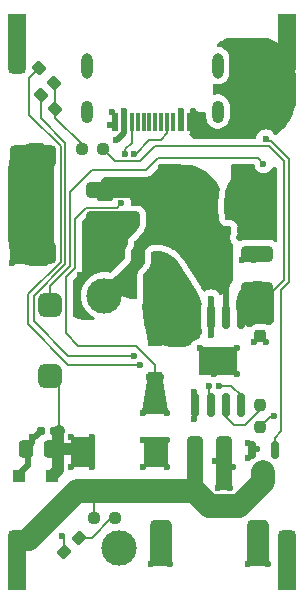
<source format=gbr>
G04 #@! TF.GenerationSoftware,KiCad,Pcbnew,8.0.8*
G04 #@! TF.CreationDate,2025-05-11T18:19:19+03:00*
G04 #@! TF.ProjectId,TP5410_eval_board,54503534-3130-45f6-9576-616c5f626f61,rev?*
G04 #@! TF.SameCoordinates,Original*
G04 #@! TF.FileFunction,Copper,L1,Top*
G04 #@! TF.FilePolarity,Positive*
%FSLAX46Y46*%
G04 Gerber Fmt 4.6, Leading zero omitted, Abs format (unit mm)*
G04 Created by KiCad (PCBNEW 8.0.8) date 2025-05-11 18:19:19*
%MOMM*%
%LPD*%
G01*
G04 APERTURE LIST*
G04 Aperture macros list*
%AMRoundRect*
0 Rectangle with rounded corners*
0 $1 Rounding radius*
0 $2 $3 $4 $5 $6 $7 $8 $9 X,Y pos of 4 corners*
0 Add a 4 corners polygon primitive as box body*
4,1,4,$2,$3,$4,$5,$6,$7,$8,$9,$2,$3,0*
0 Add four circle primitives for the rounded corners*
1,1,$1+$1,$2,$3*
1,1,$1+$1,$4,$5*
1,1,$1+$1,$6,$7*
1,1,$1+$1,$8,$9*
0 Add four rect primitives between the rounded corners*
20,1,$1+$1,$2,$3,$4,$5,0*
20,1,$1+$1,$4,$5,$6,$7,0*
20,1,$1+$1,$6,$7,$8,$9,0*
20,1,$1+$1,$8,$9,$2,$3,0*%
%AMOutline4P*
0 Free polygon, 4 corners , with rotation*
0 The origin of the aperture is its center*
0 number of corners: always 4*
0 $1 to $8 corner X, Y*
0 $9 Rotation angle, in degrees counterclockwise*
0 create outline with 4 corners*
4,1,4,$1,$2,$3,$4,$5,$6,$7,$8,$1,$2,$9*%
G04 Aperture macros list end*
G04 #@! TA.AperFunction,SMDPad,CuDef*
%ADD10RoundRect,0.237500X-0.371231X0.035355X0.035355X-0.371231X0.371231X-0.035355X-0.035355X0.371231X0*%
G04 #@! TD*
G04 #@! TA.AperFunction,SMDPad,CuDef*
%ADD11RoundRect,0.250000X0.300000X0.300000X-0.300000X0.300000X-0.300000X-0.300000X0.300000X-0.300000X0*%
G04 #@! TD*
G04 #@! TA.AperFunction,SMDPad,CuDef*
%ADD12RoundRect,0.237500X-0.237500X0.300000X-0.237500X-0.300000X0.237500X-0.300000X0.237500X0.300000X0*%
G04 #@! TD*
G04 #@! TA.AperFunction,SMDPad,CuDef*
%ADD13RoundRect,0.237500X-0.237500X0.250000X-0.237500X-0.250000X0.237500X-0.250000X0.237500X0.250000X0*%
G04 #@! TD*
G04 #@! TA.AperFunction,SMDPad,CuDef*
%ADD14RoundRect,0.150000X-0.150000X0.587500X-0.150000X-0.587500X0.150000X-0.587500X0.150000X0.587500X0*%
G04 #@! TD*
G04 #@! TA.AperFunction,SMDPad,CuDef*
%ADD15RoundRect,0.260000X-0.390000X-1.990000X0.390000X-1.990000X0.390000X1.990000X-0.390000X1.990000X0*%
G04 #@! TD*
G04 #@! TA.AperFunction,SMDPad,CuDef*
%ADD16RoundRect,0.360000X-0.540000X-1.590000X0.540000X-1.590000X0.540000X1.590000X-0.540000X1.590000X0*%
G04 #@! TD*
G04 #@! TA.AperFunction,SMDPad,CuDef*
%ADD17RoundRect,0.237500X-0.250000X-0.237500X0.250000X-0.237500X0.250000X0.237500X-0.250000X0.237500X0*%
G04 #@! TD*
G04 #@! TA.AperFunction,SMDPad,CuDef*
%ADD18RoundRect,0.237500X-0.035355X-0.371231X0.371231X0.035355X0.035355X0.371231X-0.371231X-0.035355X0*%
G04 #@! TD*
G04 #@! TA.AperFunction,ComponentPad*
%ADD19C,3.000000*%
G04 #@! TD*
G04 #@! TA.AperFunction,SMDPad,CuDef*
%ADD20RoundRect,0.175000X0.175000X-0.825000X0.175000X0.825000X-0.175000X0.825000X-0.175000X-0.825000X0*%
G04 #@! TD*
G04 #@! TA.AperFunction,HeatsinkPad*
%ADD21R,3.300000X2.400000*%
G04 #@! TD*
G04 #@! TA.AperFunction,ComponentPad*
%ADD22R,1.500000X4.040000*%
G04 #@! TD*
G04 #@! TA.AperFunction,ComponentPad*
%ADD23RoundRect,0.375000X-0.375000X0.625000X-0.375000X-0.625000X0.375000X-0.625000X0.375000X0.625000X0*%
G04 #@! TD*
G04 #@! TA.AperFunction,SMDPad,CuDef*
%ADD24RoundRect,0.250000X0.337500X0.475000X-0.337500X0.475000X-0.337500X-0.475000X0.337500X-0.475000X0*%
G04 #@! TD*
G04 #@! TA.AperFunction,SMDPad,CuDef*
%ADD25RoundRect,0.250000X-0.787500X-1.025000X0.787500X-1.025000X0.787500X1.025000X-0.787500X1.025000X0*%
G04 #@! TD*
G04 #@! TA.AperFunction,SMDPad,CuDef*
%ADD26Outline4P,-1.800000X-1.150000X1.800000X-0.550000X1.800000X0.550000X-1.800000X1.150000X90.000000*%
G04 #@! TD*
G04 #@! TA.AperFunction,SMDPad,CuDef*
%ADD27Outline4P,-1.800000X-1.150000X1.800000X-0.550000X1.800000X0.550000X-1.800000X1.150000X270.000000*%
G04 #@! TD*
G04 #@! TA.AperFunction,SMDPad,CuDef*
%ADD28RoundRect,0.260000X-1.990000X0.390000X-1.990000X-0.390000X1.990000X-0.390000X1.990000X0.390000X0*%
G04 #@! TD*
G04 #@! TA.AperFunction,SMDPad,CuDef*
%ADD29RoundRect,0.360000X-1.590000X0.540000X-1.590000X-0.540000X1.590000X-0.540000X1.590000X0.540000X0*%
G04 #@! TD*
G04 #@! TA.AperFunction,ComponentPad*
%ADD30RoundRect,0.375000X0.375000X-0.625000X0.375000X0.625000X-0.375000X0.625000X-0.375000X-0.625000X0*%
G04 #@! TD*
G04 #@! TA.AperFunction,SMDPad,CuDef*
%ADD31RoundRect,0.155000X-0.212500X-0.155000X0.212500X-0.155000X0.212500X0.155000X-0.212500X0.155000X0*%
G04 #@! TD*
G04 #@! TA.AperFunction,SMDPad,CuDef*
%ADD32RoundRect,0.155000X0.212500X0.155000X-0.212500X0.155000X-0.212500X-0.155000X0.212500X-0.155000X0*%
G04 #@! TD*
G04 #@! TA.AperFunction,SMDPad,CuDef*
%ADD33R,0.600000X1.500000*%
G04 #@! TD*
G04 #@! TA.AperFunction,SMDPad,CuDef*
%ADD34R,0.300000X1.500000*%
G04 #@! TD*
G04 #@! TA.AperFunction,ComponentPad*
%ADD35O,1.000000X1.900000*%
G04 #@! TD*
G04 #@! TA.AperFunction,ComponentPad*
%ADD36O,0.950000X2.150000*%
G04 #@! TD*
G04 #@! TA.AperFunction,SMDPad,CuDef*
%ADD37RoundRect,0.250000X-1.075000X0.400000X-1.075000X-0.400000X1.075000X-0.400000X1.075000X0.400000X0*%
G04 #@! TD*
G04 #@! TA.AperFunction,SMDPad,CuDef*
%ADD38RoundRect,0.500000X0.500000X-0.500000X0.500000X0.500000X-0.500000X0.500000X-0.500000X-0.500000X0*%
G04 #@! TD*
G04 #@! TA.AperFunction,SMDPad,CuDef*
%ADD39RoundRect,0.350000X0.350000X1.050000X-0.350000X1.050000X-0.350000X-1.050000X0.350000X-1.050000X0*%
G04 #@! TD*
G04 #@! TA.AperFunction,SMDPad,CuDef*
%ADD40RoundRect,0.237500X0.250000X0.237500X-0.250000X0.237500X-0.250000X-0.237500X0.250000X-0.237500X0*%
G04 #@! TD*
G04 #@! TA.AperFunction,ViaPad*
%ADD41C,0.600000*%
G04 #@! TD*
G04 #@! TA.AperFunction,Conductor*
%ADD42C,0.200000*%
G04 #@! TD*
G04 #@! TA.AperFunction,Conductor*
%ADD43C,0.500000*%
G04 #@! TD*
G04 #@! TA.AperFunction,Conductor*
%ADD44C,1.000000*%
G04 #@! TD*
G04 #@! TA.AperFunction,Conductor*
%ADD45C,2.000000*%
G04 #@! TD*
G04 APERTURE END LIST*
D10*
X-9584918Y-3089682D03*
X-8347482Y-4327118D03*
D11*
X-8506000Y-37592000D03*
X-11306000Y-37592000D03*
D12*
X9144000Y-24029500D03*
X9144000Y-25754500D03*
D13*
X9144000Y-31599500D03*
X9144000Y-33424500D03*
D14*
X10348000Y-35384500D03*
X8448000Y-35384500D03*
X9398000Y-37259500D03*
D15*
X3576000Y-36462000D03*
X6076000Y-36462000D03*
D16*
X736000Y-43262000D03*
X8916000Y-43262000D03*
D17*
X-4976500Y-41148000D03*
X-3151500Y-41148000D03*
D18*
X-7476718Y-44052718D03*
X-6239282Y-42815282D03*
D19*
X8382000Y-4826000D03*
D20*
X3638000Y-31630000D03*
X4953000Y-31630000D03*
X6223000Y-31630000D03*
X7488000Y-31630000D03*
X7493000Y-24130000D03*
X6223000Y-24130000D03*
X4953000Y-24130000D03*
X3688000Y-24130000D03*
D21*
X5588000Y-27880000D03*
D22*
X11430000Y-520000D03*
D23*
X11430000Y-2540000D03*
D24*
X-8614500Y-35306000D03*
X-10689500Y-35306000D03*
D25*
X1459500Y-12446000D03*
X7684500Y-12446000D03*
D26*
X254000Y-30586000D03*
D27*
X254000Y-24786000D03*
D25*
X-5906500Y-35560000D03*
X318500Y-35560000D03*
D28*
X-3315000Y-13355000D03*
X-3315000Y-15855000D03*
D29*
X-10115000Y-10515000D03*
X-10115000Y-18695000D03*
D22*
X-11430000Y-45200000D03*
D30*
X-11430000Y-43180000D03*
D31*
X6350000Y-16764000D03*
X7485000Y-16764000D03*
D32*
X-8322500Y-33782000D03*
X-9457500Y-33782000D03*
D19*
X-2794000Y-43688000D03*
D22*
X11430000Y-45200000D03*
D30*
X11430000Y-43180000D03*
D33*
X3200000Y-7600000D03*
X2400000Y-7600000D03*
D34*
X1250000Y-7600000D03*
X250000Y-7600000D03*
X-250000Y-7600000D03*
X-1250000Y-7600000D03*
D33*
X-2400000Y-7600000D03*
X-3200000Y-7600000D03*
X-3200000Y-7600000D03*
X-2400000Y-7600000D03*
D34*
X-1750000Y-7600000D03*
X-750000Y-7600000D03*
X750000Y-7600000D03*
X1750000Y-7600000D03*
D33*
X2400000Y-7600000D03*
X3200000Y-7600000D03*
D35*
X5540000Y-6750000D03*
D36*
X5540000Y-2850000D03*
D35*
X-5540000Y-6750000D03*
D36*
X-5540000Y-2850000D03*
D37*
X8890000Y-18770000D03*
X8890000Y-21870000D03*
D38*
X-8636000Y-29162000D03*
X-8636000Y-23162000D03*
D39*
X4994000Y-20066000D03*
X594000Y-20066000D03*
D22*
X-11430000Y-520000D03*
D23*
X-11430000Y-2540000D03*
D19*
X-4064000Y-22352000D03*
D40*
X-4167500Y-9906000D03*
X-5992500Y-9906000D03*
D24*
X-1248500Y-19050000D03*
X-3323500Y-19050000D03*
D10*
X-9457918Y-5324882D03*
X-8220482Y-6562318D03*
D41*
X-10541000Y-36703000D03*
X5334000Y-36322000D03*
X-10160000Y-34290000D03*
X10160000Y-14224000D03*
X-6350000Y-22606000D03*
X-3556000Y-7874000D03*
X-11900000Y-19558000D03*
X-7620000Y-42672000D03*
X7162800Y-26771600D03*
X-9398000Y-9652000D03*
X10322000Y-32512000D03*
X6858000Y-36830000D03*
X1524000Y-45085000D03*
X9779000Y-45085000D03*
X1270000Y-36830000D03*
X4953000Y-22606000D03*
X10160000Y-17272000D03*
X-6096000Y-23622000D03*
X-9398000Y-11430000D03*
X4013200Y-26771600D03*
X6604000Y-38575339D03*
X5588000Y-38575339D03*
X10160000Y-15748000D03*
X-8890000Y-13462000D03*
X10160000Y-12700000D03*
X9652000Y-26289000D03*
X5232400Y-29006800D03*
X-3439547Y-6745252D03*
X-6096000Y-20574000D03*
X-762000Y-36830000D03*
X1270000Y-34544000D03*
X7162800Y-29006800D03*
X-6350000Y-21590000D03*
X-127000Y-45085000D03*
X3482868Y-8215000D03*
X-762000Y-34544000D03*
X4953000Y-25654000D03*
X8636000Y-26289000D03*
X3475752Y-6782471D03*
X-11900000Y-17907000D03*
X8128000Y-45085000D03*
X-2382806Y-6719999D03*
X2417194Y-6719999D03*
X-3048000Y-9144000D03*
X762000Y-29210000D03*
X8128000Y-36068000D03*
X-7874000Y-34290000D03*
X-6858000Y-36830000D03*
X1270000Y-32258000D03*
X-6858000Y-34290000D03*
X8890000Y-35306000D03*
X3556000Y-32766000D03*
X-5080000Y-34290000D03*
X-2641600Y-14504999D03*
X-7874000Y-36576000D03*
X3556000Y-30480000D03*
X-762000Y-32258000D03*
X-5080000Y-36830000D03*
X-254000Y-29210000D03*
X8128000Y-34798000D03*
X9398000Y-11164223D03*
X8636000Y-19304000D03*
X7620000Y-19304000D03*
X5626003Y-29972000D03*
X-1016000Y-28194000D03*
X4826000Y-29972000D03*
X-1524000Y-27432000D03*
X-1527100Y-10322000D03*
X-2327103Y-10322000D03*
X9577719Y-9052000D03*
D42*
X-7476718Y-44052718D02*
X-7476718Y-42815282D01*
D43*
X-11306000Y-37468000D02*
X-11306000Y-37592000D01*
D42*
X10322000Y-32512000D02*
X10056500Y-32512000D01*
D43*
X-9965500Y-34290000D02*
X-9457500Y-33782000D01*
X-10160000Y-34776500D02*
X-10689500Y-35306000D01*
X4953000Y-22606000D02*
X4953000Y-25654000D01*
X-10541000Y-35454500D02*
X-10689500Y-35306000D01*
D42*
X10056500Y-32512000D02*
X9144000Y-33424500D01*
D43*
X-10541000Y-36703000D02*
X-10541000Y-35454500D01*
X-10160000Y-34290000D02*
X-9965500Y-34290000D01*
X-10541000Y-36703000D02*
X-11306000Y-37468000D01*
D42*
X-7476718Y-42815282D02*
X-7620000Y-42672000D01*
D43*
X-10160000Y-34290000D02*
X-10160000Y-34776500D01*
D44*
X-4064000Y-22352000D02*
X-1248500Y-19536500D01*
D43*
X6223000Y-24130000D02*
X6223000Y-19939000D01*
D44*
X-1248500Y-19536500D02*
X-1248500Y-19050000D01*
D43*
X-3048000Y-9144000D02*
X-2994000Y-9144000D01*
X-2400000Y-8550000D02*
X-2400000Y-7600000D01*
X-2994000Y-9144000D02*
X-2400000Y-8550000D01*
D42*
X11176000Y-10922000D02*
X11176000Y-20990000D01*
X-1016000Y-10922000D02*
X254000Y-9652000D01*
X-3151500Y-10922000D02*
X-1016000Y-10922000D01*
X254000Y-9652000D02*
X9906000Y-9652000D01*
X11176000Y-20990000D02*
X10296000Y-21870000D01*
X9906000Y-9652000D02*
X11176000Y-10922000D01*
X10296000Y-21870000D02*
X8890000Y-21870000D01*
X-4167500Y-9906000D02*
X-3151500Y-10922000D01*
X-2641600Y-14504999D02*
X-3041601Y-14905000D01*
X-7336000Y-20757050D02*
X-7336000Y-25531600D01*
X-6566000Y-19987050D02*
X-7336000Y-20757050D01*
X-6566000Y-15837000D02*
X-6566000Y-19987050D01*
D44*
X-8614500Y-35306000D02*
X-6160500Y-35306000D01*
D42*
X254000Y-29210000D02*
X-254000Y-29210000D01*
D44*
X-7998000Y-33906000D02*
X-7874000Y-33782000D01*
D42*
X254000Y-28194000D02*
X254000Y-29210000D01*
D44*
X-8506000Y-37592000D02*
X-7998000Y-37084000D01*
D42*
X-7874000Y-29924000D02*
X-7874000Y-34290000D01*
X-5634000Y-14905000D02*
X-6566000Y-15837000D01*
X-1371600Y-26568400D02*
X254000Y-28194000D01*
X-8636000Y-29162000D02*
X-7874000Y-29924000D01*
X-7336000Y-25531600D02*
X-6299200Y-26568400D01*
D44*
X-7998000Y-37084000D02*
X-7998000Y-33906000D01*
D42*
X-6299200Y-26568400D02*
X-1371600Y-26568400D01*
X-3041601Y-14905000D02*
X-5634000Y-14905000D01*
D44*
X-6160500Y-35306000D02*
X-5906500Y-35560000D01*
D42*
X9398000Y-11164223D02*
X8901777Y-10668000D01*
X-6966000Y-19821364D02*
X-8636000Y-21491364D01*
X8901777Y-10668000D02*
X508000Y-10668000D01*
X-8636000Y-21491364D02*
X-8636000Y-23162000D01*
X-5080000Y-11684000D02*
X-6966000Y-13570000D01*
X508000Y-10668000D02*
X-508000Y-11684000D01*
X-6966000Y-13570000D02*
X-6966000Y-19821364D01*
X-508000Y-11684000D02*
X-5080000Y-11684000D01*
X-1016000Y-28194000D02*
X-7112000Y-28194000D01*
X5626003Y-29972000D02*
X6676801Y-29972000D01*
X-7766000Y-19450000D02*
X-7766000Y-9653309D01*
X-10541000Y-22225000D02*
X-7766000Y-19450000D01*
X-7766000Y-9653309D02*
X-10422102Y-6997207D01*
X-10422102Y-3926866D02*
X-9584918Y-3089682D01*
X-7112000Y-28194000D02*
X-10541000Y-24765000D01*
X6676801Y-29972000D02*
X7488000Y-30783199D01*
X7488000Y-30783199D02*
X7488000Y-31630000D01*
X-10541000Y-24765000D02*
X-10541000Y-22225000D01*
X-10422102Y-6997207D02*
X-10422102Y-3926866D01*
X-5992500Y-9501500D02*
X-5992500Y-9906000D01*
X-8220482Y-4454118D02*
X-8220482Y-6562318D01*
X-8347482Y-4327118D02*
X-8220482Y-4454118D01*
X-8220482Y-6562318D02*
X-8220482Y-7273518D01*
X-8220482Y-7273518D02*
X-5992500Y-9501500D01*
X-7366000Y-19655679D02*
X-7366000Y-9398000D01*
X-7112000Y-27432000D02*
X-10033000Y-24511000D01*
X-10033000Y-24511000D02*
X-10033000Y-22322679D01*
X-9457918Y-7306082D02*
X-9457918Y-5324882D01*
X4826000Y-31503000D02*
X4953000Y-31630000D01*
X-7366000Y-9398000D02*
X-9457918Y-7306082D01*
X-10033000Y-22322679D02*
X-7366000Y-19655679D01*
X-1524000Y-27432000D02*
X-7112000Y-27432000D01*
X4826000Y-29972000D02*
X4826000Y-31503000D01*
X-3480750Y-41148000D02*
X-3151500Y-41148000D01*
X-6239282Y-42815282D02*
X-5148032Y-42815282D01*
X-5148032Y-42815282D02*
X-3480750Y-41148000D01*
X1250000Y-8600000D02*
X1250000Y-7600000D01*
X-1527100Y-10322000D02*
X-1432000Y-10322000D01*
X-1432000Y-10322000D02*
X-254000Y-9144000D01*
X-254000Y-9144000D02*
X706000Y-9144000D01*
X706000Y-9144000D02*
X1250000Y-8600000D01*
X-2327103Y-10322000D02*
X-2327103Y-9947104D01*
X-2327103Y-9947104D02*
X-1750000Y-9370001D01*
X-1750000Y-9370001D02*
X-1750000Y-7600000D01*
D45*
X9398000Y-37259500D02*
X9398000Y-38100000D01*
X-6350000Y-38862000D02*
X-10414000Y-42926000D01*
X3576000Y-38882000D02*
X3556000Y-38862000D01*
X9398000Y-38100000D02*
X7366000Y-40132000D01*
D42*
X-4976500Y-41148000D02*
X-4976500Y-39012500D01*
D45*
X3556000Y-38862000D02*
X-4826000Y-38862000D01*
X-4826000Y-38862000D02*
X-6350000Y-38862000D01*
X4826000Y-40132000D02*
X3576000Y-38882000D01*
X7366000Y-40132000D02*
X4826000Y-40132000D01*
D42*
X-4976500Y-39012500D02*
X-4826000Y-38862000D01*
D44*
X3576000Y-38882000D02*
X3576000Y-36208000D01*
D42*
X10922000Y-21844000D02*
X10922000Y-33782000D01*
X9577719Y-9052000D02*
X9777719Y-9252000D01*
X9777719Y-9252000D02*
X10071686Y-9252000D01*
X10922000Y-33782000D02*
X10348000Y-34356000D01*
X10071686Y-9252000D02*
X11576000Y-10756314D01*
X11576000Y-21190000D02*
X10922000Y-21844000D01*
X10348000Y-34356000D02*
X10348000Y-35384500D01*
X11576000Y-10756314D02*
X11576000Y-21190000D01*
X6223000Y-31630000D02*
X6223000Y-32630000D01*
X9144000Y-32004000D02*
X9144000Y-31599500D01*
X6223000Y-32630000D02*
X6867000Y-33274000D01*
X7874000Y-33274000D02*
X9144000Y-32004000D01*
X6867000Y-33274000D02*
X7874000Y-33274000D01*
G04 #@! TA.AperFunction,Conductor*
G36*
X3321902Y-11273356D02*
G01*
X3352387Y-11282148D01*
X3511666Y-11328085D01*
X3523657Y-11332221D01*
X3828599Y-11455206D01*
X3887792Y-11479080D01*
X3899322Y-11484432D01*
X4246526Y-11667808D01*
X4257429Y-11674303D01*
X4584024Y-11892258D01*
X4594218Y-11899844D01*
X4896771Y-12150082D01*
X4906139Y-12158675D01*
X5161151Y-12417907D01*
X5181490Y-12438582D01*
X5189928Y-12448090D01*
X5435170Y-12754712D01*
X5442591Y-12765033D01*
X5574989Y-12970655D01*
X5626496Y-13050649D01*
X5655151Y-13095151D01*
X5661476Y-13106178D01*
X5710523Y-13202853D01*
X5723300Y-13271545D01*
X5719095Y-13293283D01*
X5688600Y-13399134D01*
X5681531Y-13426536D01*
X5678428Y-13440129D01*
X5672897Y-13467926D01*
X5617968Y-13791211D01*
X5614007Y-13819278D01*
X5612449Y-13833107D01*
X5610068Y-13861345D01*
X5599569Y-14048307D01*
X5592120Y-14180951D01*
X5592118Y-14180989D01*
X5591825Y-14186199D01*
X5591490Y-14192176D01*
X5590892Y-14206395D01*
X5590699Y-14213288D01*
X5590500Y-14227491D01*
X5590500Y-15236507D01*
X5590699Y-15250711D01*
X5590894Y-15257670D01*
X5591487Y-15271771D01*
X5610070Y-15602677D01*
X5612450Y-15630899D01*
X5614008Y-15644725D01*
X5617973Y-15672806D01*
X5662513Y-15934945D01*
X5662517Y-15934960D01*
X5677701Y-15998853D01*
X5677707Y-15998875D01*
X5687153Y-16029591D01*
X5687161Y-16029612D01*
X5710505Y-16091002D01*
X5710506Y-16091005D01*
X5788285Y-16212031D01*
X5788298Y-16212048D01*
X5834042Y-16264840D01*
X5834045Y-16264843D01*
X5834049Y-16264847D01*
X5942783Y-16359067D01*
X5942786Y-16359068D01*
X5942787Y-16359069D01*
X6032054Y-16399837D01*
X6073660Y-16418838D01*
X6140699Y-16438523D01*
X6140703Y-16438524D01*
X6283119Y-16459000D01*
X6493000Y-16459000D01*
X6560039Y-16478685D01*
X6605794Y-16531489D01*
X6617000Y-16583000D01*
X6617000Y-16985190D01*
X6617001Y-16985215D01*
X6619923Y-17022356D01*
X6619924Y-17022358D01*
X6624458Y-17037965D01*
X6624257Y-17107834D01*
X6615334Y-17129883D01*
X6614824Y-17130860D01*
X6614772Y-17131014D01*
X6580317Y-17214679D01*
X6580314Y-17214687D01*
X6557662Y-17356764D01*
X6557662Y-17356772D01*
X6556594Y-17426597D01*
X6556594Y-17426640D01*
X6574888Y-17569342D01*
X6574889Y-17569343D01*
X6574889Y-17569344D01*
X6574890Y-17569346D01*
X6632652Y-17701123D01*
X6643175Y-17718061D01*
X6669525Y-17760475D01*
X6669528Y-17760478D01*
X6762056Y-17870623D01*
X6762058Y-17870624D01*
X6762064Y-17870631D01*
X6816629Y-17919394D01*
X6853498Y-17978739D01*
X6858000Y-18011850D01*
X6858000Y-19036892D01*
X6851042Y-19077846D01*
X6834632Y-19124742D01*
X6834630Y-19124750D01*
X6814435Y-19303996D01*
X6814435Y-19304003D01*
X6834630Y-19483251D01*
X6851041Y-19530148D01*
X6858000Y-19571103D01*
X6858000Y-20442948D01*
X6857734Y-20451058D01*
X6840060Y-20720695D01*
X6837943Y-20736776D01*
X6786019Y-20997819D01*
X6781821Y-21013487D01*
X6696269Y-21265515D01*
X6690062Y-21280500D01*
X6572343Y-21519210D01*
X6564233Y-21533257D01*
X6416365Y-21754558D01*
X6406491Y-21767426D01*
X6231002Y-21967533D01*
X6219533Y-21979002D01*
X6019426Y-22154491D01*
X6006557Y-22164366D01*
X5840980Y-22275000D01*
X5774303Y-22295877D01*
X5706923Y-22277392D01*
X5667096Y-22237869D01*
X5604784Y-22138700D01*
X5582816Y-22103738D01*
X5455262Y-21976184D01*
X5437477Y-21965009D01*
X5302523Y-21880211D01*
X5132254Y-21820631D01*
X5132249Y-21820630D01*
X4953004Y-21800435D01*
X4952996Y-21800435D01*
X4773750Y-21820630D01*
X4773745Y-21820631D01*
X4603476Y-21880211D01*
X4466344Y-21966377D01*
X4399107Y-21985377D01*
X4332272Y-21965009D01*
X4293162Y-21923688D01*
X4142708Y-21664799D01*
X4114833Y-21616833D01*
X4108656Y-21606491D01*
X4105553Y-21601433D01*
X4099078Y-21591156D01*
X2571736Y-19230720D01*
X2561673Y-19215760D01*
X2561645Y-19215718D01*
X2556624Y-19208535D01*
X2546071Y-19193993D01*
X2374290Y-18965893D01*
X2351643Y-18937948D01*
X2351638Y-18937942D01*
X2340053Y-18924643D01*
X2315462Y-18898365D01*
X2313542Y-18896455D01*
X2116165Y-18700037D01*
X2089796Y-18675600D01*
X2076464Y-18664098D01*
X2062623Y-18652993D01*
X2048384Y-18641567D01*
X1963397Y-18578211D01*
X1822952Y-18473512D01*
X1793344Y-18453038D01*
X1778491Y-18443531D01*
X1747565Y-18425252D01*
X1616141Y-18353754D01*
X1500582Y-18290887D01*
X1500574Y-18290883D01*
X1468415Y-18274843D01*
X1452331Y-18267523D01*
X1419110Y-18253809D01*
X1419097Y-18253804D01*
X1419087Y-18253800D01*
X1244622Y-18188948D01*
X1155528Y-18155830D01*
X1121419Y-18144517D01*
X1121411Y-18144514D01*
X1121397Y-18144510D01*
X1104469Y-18139556D01*
X1096105Y-18137428D01*
X1069614Y-18130688D01*
X794824Y-18071103D01*
X759449Y-18064740D01*
X741974Y-18062236D01*
X706215Y-18058404D01*
X427432Y-18038527D01*
X384708Y-18037294D01*
X384697Y-18037294D01*
X384692Y-18037294D01*
X368722Y-18037508D01*
X363727Y-18037576D01*
X332530Y-18039319D01*
X320984Y-18039964D01*
X270891Y-18044897D01*
X120611Y-18059699D01*
X120601Y-18059700D01*
X71551Y-18066977D01*
X71543Y-18066978D01*
X47716Y-18071718D01*
X47711Y-18071719D01*
X47702Y-18071721D01*
X31953Y-18075665D01*
X-409Y-18083772D01*
X-441Y-18083781D01*
X-191437Y-18141720D01*
X-191444Y-18141722D01*
X-238154Y-18158435D01*
X-238179Y-18158444D01*
X-259740Y-18167376D01*
X-260617Y-18167739D01*
X-305456Y-18188945D01*
X-305462Y-18188948D01*
X-333229Y-18203789D01*
X-333230Y-18203790D01*
X-333234Y-18203792D01*
X-437752Y-18278100D01*
X-483616Y-18320420D01*
X-483620Y-18320424D01*
X-483620Y-18320425D01*
X-566067Y-18418631D01*
X-625838Y-18549508D01*
X-645523Y-18616547D01*
X-645524Y-18616551D01*
X-666000Y-18758967D01*
X-666000Y-18758970D01*
X-666000Y-19542942D01*
X-666642Y-19555542D01*
X-666876Y-19557833D01*
X-672526Y-19584232D01*
X-682884Y-19615492D01*
X-695047Y-19641576D01*
X-709906Y-19665666D01*
X-727760Y-19688244D01*
X-764682Y-19725166D01*
X-797992Y-19761917D01*
X-813413Y-19780707D01*
X-842969Y-19820558D01*
X-842977Y-19820570D01*
X-857223Y-19841891D01*
X-872645Y-19860682D01*
X-1083130Y-20071167D01*
X-1083147Y-20071186D01*
X-1083148Y-20071187D01*
X-1119299Y-20111433D01*
X-1119304Y-20111439D01*
X-1135929Y-20132070D01*
X-1139971Y-20137676D01*
X-1167567Y-20175946D01*
X-1227338Y-20306823D01*
X-1247023Y-20373862D01*
X-1247024Y-20373866D01*
X-1267500Y-20516282D01*
X-1267500Y-20516285D01*
X-1267500Y-22482000D01*
X-1287185Y-22549039D01*
X-1339989Y-22594794D01*
X-1391500Y-22606000D01*
X-1519572Y-22606000D01*
X-1528418Y-22605684D01*
X-1804339Y-22585949D01*
X-1821851Y-22583431D01*
X-2087810Y-22525576D01*
X-2104786Y-22520592D01*
X-2359816Y-22425470D01*
X-2375909Y-22418120D01*
X-2614799Y-22287676D01*
X-2629682Y-22278111D01*
X-2847577Y-22114997D01*
X-2860948Y-22103411D01*
X-3053411Y-21910948D01*
X-3064997Y-21897577D01*
X-3228111Y-21679682D01*
X-3237676Y-21664799D01*
X-3368120Y-21425909D01*
X-3375470Y-21409816D01*
X-3470592Y-21154786D01*
X-3475576Y-21137809D01*
X-3499265Y-21028907D01*
X-3494280Y-20959215D01*
X-3452408Y-20903282D01*
X-3421437Y-20886371D01*
X-3315801Y-20846970D01*
X-3254478Y-20813485D01*
X-3254475Y-20813483D01*
X-3139303Y-20727267D01*
X-3139285Y-20727251D01*
X-2559962Y-20147926D01*
X-2537375Y-20130067D01*
X-2517342Y-20117711D01*
X-2393291Y-19993660D01*
X-2393288Y-19993656D01*
X-2380929Y-19973620D01*
X-2363073Y-19951038D01*
X-2015390Y-19603354D01*
X-2015375Y-19603339D01*
X-1979221Y-19563090D01*
X-1962984Y-19542942D01*
X-1962587Y-19542450D01*
X-1930930Y-19498549D01*
X-1930927Y-19498544D01*
X-1871156Y-19367663D01*
X-1851474Y-19300628D01*
X-1851472Y-19300621D01*
X-1830999Y-19158215D01*
X-1830999Y-18557065D01*
X-1830356Y-18544456D01*
X-1830121Y-18542157D01*
X-1824470Y-18515762D01*
X-1814113Y-18484507D01*
X-1801946Y-18458415D01*
X-1787096Y-18434339D01*
X-1769238Y-18411754D01*
X-1711238Y-18353754D01*
X-1711235Y-18353750D01*
X-1685322Y-18320426D01*
X-1634192Y-18254673D01*
X-1634190Y-18254670D01*
X-1634187Y-18254666D01*
X-1632093Y-18251145D01*
X-1617218Y-18220195D01*
X-1593397Y-18170628D01*
X-1576011Y-18091673D01*
X-1562455Y-18030109D01*
X-1545157Y-17796582D01*
X-1520574Y-17731180D01*
X-1509177Y-17718061D01*
X-1166550Y-17375434D01*
X-1166549Y-17375433D01*
X-1111022Y-17319907D01*
X-1111021Y-17319906D01*
X-1110991Y-17319876D01*
X-1097303Y-17305640D01*
X-1097277Y-17305612D01*
X-1090667Y-17298462D01*
X-1077466Y-17283607D01*
X-930734Y-17111806D01*
X-906170Y-17080648D01*
X-906164Y-17080641D01*
X-894739Y-17064915D01*
X-872680Y-17031902D01*
X-757176Y-16843417D01*
X-737770Y-16808764D01*
X-728941Y-16791434D01*
X-712336Y-16755412D01*
X-696044Y-16716080D01*
X-696042Y-16716077D01*
X-646705Y-16596968D01*
X-637685Y-16579329D01*
X-631060Y-16568588D01*
X-631059Y-16568585D01*
X-575142Y-16399837D01*
X-575140Y-16399827D01*
X-569840Y-16347950D01*
X-567056Y-16331607D01*
X-545616Y-16242303D01*
X-537877Y-16203398D01*
X-534831Y-16184164D01*
X-530166Y-16144752D01*
X-526074Y-16092758D01*
X-526068Y-16092698D01*
X-513655Y-15934947D01*
X-513080Y-15927645D01*
X-513079Y-15927641D01*
X-513078Y-15927614D01*
X-511695Y-15874780D01*
X-511695Y-15874778D01*
X-512373Y-15848853D01*
X-516526Y-15796084D01*
X-534331Y-15660850D01*
X-547233Y-15595990D01*
X-551501Y-15580062D01*
X-555611Y-15564727D01*
X-557922Y-15557917D01*
X-564500Y-15518068D01*
X-564500Y-15414333D01*
X-564501Y-15414314D01*
X-575140Y-15310167D01*
X-575141Y-15310164D01*
X-631060Y-15141413D01*
X-631065Y-15141402D01*
X-724388Y-14990103D01*
X-724391Y-14990099D01*
X-850099Y-14864391D01*
X-850103Y-14864388D01*
X-1001402Y-14771065D01*
X-1001413Y-14771060D01*
X-1170166Y-14715141D01*
X-1170173Y-14715140D01*
X-1274317Y-14704500D01*
X-1274325Y-14704500D01*
X-1719757Y-14704500D01*
X-1786796Y-14684815D01*
X-1832551Y-14632011D01*
X-1842977Y-14566617D01*
X-1836035Y-14505002D01*
X-1836035Y-14504995D01*
X-1856230Y-14325749D01*
X-1856231Y-14325744D01*
X-1915811Y-14155475D01*
X-2011784Y-14002736D01*
X-2139337Y-13875183D01*
X-2292076Y-13779210D01*
X-2462345Y-13719630D01*
X-2462350Y-13719629D01*
X-2641596Y-13699434D01*
X-2641604Y-13699434D01*
X-2820849Y-13719629D01*
X-2820854Y-13719630D01*
X-2991123Y-13779210D01*
X-3121817Y-13861331D01*
X-3143862Y-13875183D01*
X-3271416Y-14002737D01*
X-3367389Y-14155477D01*
X-3385192Y-14206355D01*
X-3390475Y-14221454D01*
X-3431197Y-14278230D01*
X-3496149Y-14303978D01*
X-3507517Y-14304500D01*
X-4535199Y-14304500D01*
X-4602238Y-14284815D01*
X-4647993Y-14232011D01*
X-4658734Y-14191227D01*
X-4669897Y-14062674D01*
X-4670309Y-14048307D01*
X-4660679Y-13720438D01*
X-4659424Y-13706118D01*
X-4611919Y-13381595D01*
X-4609017Y-13367517D01*
X-4524270Y-13050649D01*
X-4519757Y-13037001D01*
X-4409851Y-12759680D01*
X-4398913Y-12732080D01*
X-4392853Y-12719049D01*
X-4237529Y-12430153D01*
X-4230004Y-12417915D01*
X-4173908Y-12337534D01*
X-4119400Y-12293825D01*
X-4072223Y-12284500D01*
X-594669Y-12284500D01*
X-594653Y-12284501D01*
X-587057Y-12284501D01*
X-428946Y-12284501D01*
X-428943Y-12284501D01*
X-276215Y-12243577D01*
X-264151Y-12236611D01*
X-226097Y-12214641D01*
X-226095Y-12214639D01*
X-139284Y-12164520D01*
X-27480Y-12052716D01*
X-27479Y-12052715D01*
X-23153Y-12048389D01*
X-23146Y-12048381D01*
X720416Y-11304819D01*
X781739Y-11271334D01*
X808097Y-11268500D01*
X3287540Y-11268500D01*
X3321902Y-11273356D01*
G37*
G04 #@! TD.AperFunction*
G04 #@! TA.AperFunction,Conductor*
G36*
X8565453Y-11288185D02*
G01*
X8611208Y-11340989D01*
X8615449Y-11351529D01*
X8635421Y-11408605D01*
X8672210Y-11513744D01*
X8751429Y-11639819D01*
X8768184Y-11666485D01*
X8895738Y-11794039D01*
X9048478Y-11890012D01*
X9218745Y-11949591D01*
X9218750Y-11949592D01*
X9397996Y-11969788D01*
X9398000Y-11969788D01*
X9398004Y-11969788D01*
X9577249Y-11949592D01*
X9577252Y-11949591D01*
X9577255Y-11949591D01*
X9747522Y-11890012D01*
X9900262Y-11794039D01*
X10027816Y-11666485D01*
X10123789Y-11513745D01*
X10134822Y-11482213D01*
X10175543Y-11425437D01*
X10240495Y-11399689D01*
X10299314Y-11408605D01*
X10460051Y-11475184D01*
X10472571Y-11481214D01*
X10482552Y-11486731D01*
X10511482Y-11502720D01*
X10560634Y-11552376D01*
X10575500Y-11611247D01*
X10575500Y-17642603D01*
X10555815Y-17709642D01*
X10503011Y-17755397D01*
X10433853Y-17765341D01*
X10386404Y-17748142D01*
X10284340Y-17685189D01*
X10284335Y-17685187D01*
X10284334Y-17685186D01*
X10117797Y-17630001D01*
X10117795Y-17630000D01*
X10015010Y-17619500D01*
X7764998Y-17619500D01*
X7764981Y-17619501D01*
X7662203Y-17630000D01*
X7662200Y-17630001D01*
X7495663Y-17685187D01*
X7477572Y-17696345D01*
X7410179Y-17714782D01*
X7343516Y-17693856D01*
X7340725Y-17691933D01*
X7249283Y-17627052D01*
X7238411Y-17618382D01*
X7208579Y-17591723D01*
X7098905Y-17493711D01*
X7062035Y-17434364D01*
X7063104Y-17364502D01*
X7080701Y-17330734D01*
X7080591Y-17330669D01*
X7081804Y-17328616D01*
X7083566Y-17325237D01*
X7084550Y-17323966D01*
X7084563Y-17323954D01*
X7168870Y-17181400D01*
X7168870Y-17181396D01*
X7168872Y-17181395D01*
X7215075Y-17022362D01*
X7215076Y-17022356D01*
X7217999Y-16985210D01*
X7218000Y-16985203D01*
X7217999Y-16542798D01*
X7215076Y-16505642D01*
X7168870Y-16346600D01*
X7084563Y-16204046D01*
X7084561Y-16204044D01*
X7084558Y-16204040D01*
X6967459Y-16086941D01*
X6967450Y-16086934D01*
X6824898Y-16002629D01*
X6824895Y-16002628D01*
X6665862Y-15956424D01*
X6665856Y-15956423D01*
X6628710Y-15953500D01*
X6283119Y-15953500D01*
X6216080Y-15933815D01*
X6170325Y-15881011D01*
X6160871Y-15850271D01*
X6116331Y-15588133D01*
X6114774Y-15574314D01*
X6096195Y-15243471D01*
X6096000Y-15236519D01*
X6096000Y-14227480D01*
X6096195Y-14220528D01*
X6096825Y-14209295D01*
X6114775Y-13889675D01*
X6116329Y-13875876D01*
X6171253Y-13552618D01*
X6174347Y-13539066D01*
X6265117Y-13223997D01*
X6269710Y-13210873D01*
X6293530Y-13153364D01*
X6395184Y-12907948D01*
X6401206Y-12895442D01*
X6559819Y-12608455D01*
X6567214Y-12596687D01*
X6756954Y-12329273D01*
X6765609Y-12318420D01*
X6984108Y-12073920D01*
X6993920Y-12064108D01*
X7238420Y-11845609D01*
X7249273Y-11836954D01*
X7516692Y-11647210D01*
X7528455Y-11639819D01*
X7815442Y-11481206D01*
X7827948Y-11475184D01*
X8130873Y-11349710D01*
X8143993Y-11345118D01*
X8393120Y-11273345D01*
X8427448Y-11268500D01*
X8498414Y-11268500D01*
X8565453Y-11288185D01*
G37*
G04 #@! TD.AperFunction*
G04 #@! TA.AperFunction,Conductor*
G36*
X-9759297Y-9415939D02*
G01*
X-9743230Y-9418054D01*
X-9482170Y-9469982D01*
X-9466527Y-9474173D01*
X-9214472Y-9559734D01*
X-9199506Y-9565934D01*
X-8960783Y-9683659D01*
X-8946748Y-9691762D01*
X-8725429Y-9839642D01*
X-8712583Y-9849499D01*
X-8512460Y-10025002D01*
X-8501002Y-10036460D01*
X-8397271Y-10154743D01*
X-8367869Y-10218124D01*
X-8366500Y-10236501D01*
X-8366500Y-19149902D01*
X-8386185Y-19216941D01*
X-8402819Y-19237583D01*
X-8977236Y-19812000D01*
X-10033000Y-19812000D01*
X-10306695Y-19794060D01*
X-10322776Y-19791943D01*
X-10583819Y-19740019D01*
X-10599487Y-19735821D01*
X-10851515Y-19650269D01*
X-10866500Y-19644062D01*
X-11105210Y-19526343D01*
X-11119257Y-19518233D01*
X-11340558Y-19370365D01*
X-11353426Y-19360491D01*
X-11553533Y-19185002D01*
X-11565002Y-19173533D01*
X-11740491Y-18973426D01*
X-11750365Y-18960558D01*
X-11898233Y-18739257D01*
X-11906343Y-18725210D01*
X-12024062Y-18486500D01*
X-12030269Y-18471515D01*
X-12115821Y-18219487D01*
X-12120019Y-18203819D01*
X-12171943Y-17942776D01*
X-12174060Y-17926695D01*
X-12191734Y-17657058D01*
X-12192000Y-17648948D01*
X-12192000Y-11561051D01*
X-12191734Y-11552941D01*
X-12174060Y-11283304D01*
X-12171943Y-11267223D01*
X-12120019Y-11006180D01*
X-12115821Y-10990512D01*
X-12030269Y-10738484D01*
X-12024062Y-10723499D01*
X-11906343Y-10484789D01*
X-11898233Y-10470742D01*
X-11750365Y-10249441D01*
X-11740491Y-10236573D01*
X-11565002Y-10036466D01*
X-11553533Y-10024997D01*
X-11353426Y-9849508D01*
X-11340562Y-9839637D01*
X-11119257Y-9691766D01*
X-11105210Y-9683656D01*
X-10866500Y-9565937D01*
X-10851522Y-9559733D01*
X-10599476Y-9474175D01*
X-10583826Y-9469981D01*
X-10322771Y-9418055D01*
X-10306700Y-9415939D01*
X-10041101Y-9398531D01*
X-10024899Y-9398531D01*
X-9759297Y-9415939D01*
G37*
G04 #@! TD.AperFunction*
G04 #@! TA.AperFunction,Conductor*
G36*
X9158416Y-21103124D02*
G01*
X9177625Y-21106167D01*
X9429949Y-21166745D01*
X9448446Y-21172755D01*
X9688183Y-21272057D01*
X9705509Y-21280885D01*
X9926763Y-21416470D01*
X9942498Y-21427902D01*
X10139812Y-21596423D01*
X10153570Y-21610181D01*
X10291789Y-21772014D01*
X10320360Y-21835776D01*
X10321499Y-21852546D01*
X10321499Y-21933046D01*
X10321500Y-21933059D01*
X10321500Y-24375451D01*
X10301815Y-24442490D01*
X10291791Y-24455982D01*
X10153571Y-24617818D01*
X10139814Y-24631574D01*
X10040379Y-24716500D01*
X9942506Y-24800091D01*
X9926764Y-24811528D01*
X9900517Y-24827612D01*
X9833072Y-24845856D01*
X9770632Y-24827423D01*
X9695522Y-24781095D01*
X9695517Y-24781093D01*
X9695516Y-24781092D01*
X9531753Y-24726826D01*
X9531751Y-24726825D01*
X9430678Y-24716500D01*
X8857330Y-24716500D01*
X8857312Y-24716501D01*
X8756247Y-24726825D01*
X8592484Y-24781092D01*
X8592481Y-24781093D01*
X8445651Y-24871659D01*
X8341004Y-24976306D01*
X8279681Y-25009790D01*
X8209989Y-25004806D01*
X8205871Y-25003185D01*
X8091822Y-24955945D01*
X8074484Y-24947111D01*
X7853236Y-24811529D01*
X7837501Y-24800097D01*
X7640172Y-24631563D01*
X7626436Y-24617827D01*
X7457900Y-24420496D01*
X7446470Y-24404763D01*
X7310885Y-24183509D01*
X7302057Y-24166183D01*
X7202755Y-23926446D01*
X7196744Y-23907945D01*
X7136168Y-23655630D01*
X7133124Y-23636412D01*
X7112382Y-23372853D01*
X7112000Y-23363124D01*
X7112000Y-22864875D01*
X7112382Y-22855146D01*
X7133124Y-22591587D01*
X7136166Y-22572376D01*
X7196746Y-22320047D01*
X7202754Y-22301557D01*
X7302059Y-22061810D01*
X7310882Y-22044495D01*
X7446474Y-21823229D01*
X7457895Y-21807509D01*
X7626442Y-21610165D01*
X7640165Y-21596442D01*
X7837509Y-21427895D01*
X7853229Y-21416474D01*
X8074495Y-21280882D01*
X8091810Y-21272059D01*
X8331557Y-21172754D01*
X8350047Y-21166746D01*
X8602376Y-21106166D01*
X8621581Y-21103124D01*
X8880280Y-21082765D01*
X8899720Y-21082765D01*
X9158416Y-21103124D01*
G37*
G04 #@! TD.AperFunction*
G04 #@! TA.AperFunction,Conductor*
G36*
X-1642940Y-15241061D02*
G01*
X-1502835Y-15259506D01*
X-1471569Y-15267883D01*
X-1348579Y-15318827D01*
X-1320549Y-15335010D01*
X-1214932Y-15416053D01*
X-1192053Y-15438932D01*
X-1113106Y-15541819D01*
X-1111012Y-15544548D01*
X-1094827Y-15572581D01*
X-1043884Y-15695568D01*
X-1035506Y-15726833D01*
X-1017700Y-15862080D01*
X-1017022Y-15887986D01*
X-1029726Y-16049416D01*
X-1034108Y-16105090D01*
X-1037151Y-16124303D01*
X-1088755Y-16339248D01*
X-1094764Y-16357740D01*
X-1163064Y-16522632D01*
X-1179356Y-16561964D01*
X-1188185Y-16579294D01*
X-1303689Y-16767779D01*
X-1315119Y-16783510D01*
X-1461851Y-16955311D01*
X-1468461Y-16962461D01*
X-1523988Y-17017987D01*
X-1523994Y-17017994D01*
X-2032000Y-17526000D01*
X-2066575Y-17992772D01*
X-2068680Y-17996312D01*
X-2178712Y-18106344D01*
X-2270814Y-18255666D01*
X-2325999Y-18422203D01*
X-2336500Y-18524991D01*
X-2336499Y-19158216D01*
X-2356183Y-19225255D01*
X-2372818Y-19245897D01*
X-3496739Y-20369819D01*
X-3558062Y-20403304D01*
X-3610778Y-20403304D01*
X-3778564Y-20366805D01*
X-3778571Y-20366804D01*
X-4063999Y-20346390D01*
X-4064001Y-20346390D01*
X-4349433Y-20366804D01*
X-4629037Y-20427628D01*
X-4629043Y-20427630D01*
X-4629046Y-20427631D01*
X-4897161Y-20527633D01*
X-4897166Y-20527635D01*
X-5148309Y-20664770D01*
X-5148317Y-20664775D01*
X-5377387Y-20836254D01*
X-5377405Y-20836270D01*
X-5579729Y-21038594D01*
X-5579745Y-21038612D01*
X-5751224Y-21267682D01*
X-5751226Y-21267685D01*
X-5888367Y-21518839D01*
X-5988369Y-21786954D01*
X-5988370Y-21786960D01*
X-5988371Y-21786962D01*
X-6033238Y-21993215D01*
X-6049196Y-22066572D01*
X-6069610Y-22352000D01*
X-6049196Y-22637428D01*
X-6049195Y-22637432D01*
X-6049195Y-22637433D01*
X-5988371Y-22917037D01*
X-5988369Y-22917046D01*
X-5888367Y-23185161D01*
X-5751226Y-23436315D01*
X-5579739Y-23665395D01*
X-5377395Y-23867739D01*
X-5148315Y-24039226D01*
X-4963151Y-24140333D01*
X-4913748Y-24189737D01*
X-4898896Y-24258010D01*
X-4923313Y-24323474D01*
X-4979246Y-24365346D01*
X-5015445Y-24372959D01*
X-5203443Y-24383795D01*
X-5210578Y-24384000D01*
X-5583933Y-24384000D01*
X-5592043Y-24383735D01*
X-5878279Y-24364974D01*
X-5894361Y-24362856D01*
X-6171690Y-24307691D01*
X-6187356Y-24303493D01*
X-6455115Y-24212602D01*
X-6470101Y-24206395D01*
X-6666344Y-24109618D01*
X-6717764Y-24062313D01*
X-6735500Y-23998406D01*
X-6735500Y-21057147D01*
X-6715815Y-20990108D01*
X-6699181Y-20969466D01*
X-6204355Y-20474640D01*
X-6204349Y-20474635D01*
X-6085481Y-20355767D01*
X-6085475Y-20355759D01*
X-6006426Y-20218840D01*
X-6006423Y-20218833D01*
X-5994485Y-20174282D01*
X-5965500Y-20066107D01*
X-5965500Y-16137097D01*
X-5945815Y-16070058D01*
X-5929181Y-16049416D01*
X-5421584Y-15541819D01*
X-5360261Y-15508334D01*
X-5333903Y-15505500D01*
X-3128270Y-15505500D01*
X-3128254Y-15505501D01*
X-3120658Y-15505501D01*
X-2962547Y-15505501D01*
X-2962544Y-15505501D01*
X-2809816Y-15464577D01*
X-2797752Y-15457611D01*
X-2759698Y-15435641D01*
X-2759696Y-15435639D01*
X-2672885Y-15385520D01*
X-2623064Y-15335699D01*
X-2561741Y-15302214D01*
X-2549284Y-15300162D01*
X-2462345Y-15290367D01*
X-2374149Y-15259506D01*
X-2338288Y-15246958D01*
X-2297334Y-15240000D01*
X-1659126Y-15240000D01*
X-1642940Y-15241061D01*
G37*
G04 #@! TD.AperFunction*
G04 #@! TA.AperFunction,Conductor*
G36*
X9756824Y-508736D02*
G01*
X9763827Y-511424D01*
X9939841Y-578989D01*
X9951683Y-584261D01*
X10293227Y-758286D01*
X10304441Y-764762D01*
X10607923Y-961845D01*
X10625901Y-973520D01*
X10636402Y-981149D01*
X10934281Y-1222367D01*
X10943926Y-1231052D01*
X11214947Y-1502073D01*
X11223632Y-1511718D01*
X11464850Y-1809597D01*
X11472479Y-1820098D01*
X11681234Y-2141552D01*
X11687716Y-2152779D01*
X11861733Y-2494305D01*
X11867012Y-2506163D01*
X12004370Y-2863994D01*
X12008381Y-2876337D01*
X12107586Y-3246574D01*
X12110284Y-3259270D01*
X12170242Y-3637833D01*
X12171599Y-3650741D01*
X12191830Y-4036756D01*
X12192000Y-4043246D01*
X12192000Y-5394948D01*
X12191851Y-5401033D01*
X12173037Y-5783986D01*
X12171844Y-5796096D01*
X12116034Y-6172334D01*
X12113660Y-6184268D01*
X12021239Y-6553237D01*
X12017706Y-6564882D01*
X11889573Y-6922989D01*
X11884917Y-6934232D01*
X11722287Y-7278085D01*
X11716550Y-7288817D01*
X11521012Y-7615051D01*
X11514252Y-7625169D01*
X11287667Y-7930684D01*
X11279947Y-7940090D01*
X11024518Y-8221913D01*
X11015913Y-8230518D01*
X10734090Y-8485947D01*
X10724684Y-8493667D01*
X10455485Y-8693319D01*
X10389912Y-8717443D01*
X10321706Y-8702287D01*
X10276624Y-8659693D01*
X10207534Y-8549737D01*
X10079981Y-8422184D01*
X9927242Y-8326211D01*
X9756973Y-8266631D01*
X9756968Y-8266630D01*
X9577723Y-8246435D01*
X9577715Y-8246435D01*
X9398469Y-8266630D01*
X9398464Y-8266631D01*
X9228195Y-8326211D01*
X9075456Y-8422184D01*
X8947903Y-8549737D01*
X8851929Y-8702478D01*
X8792349Y-8872750D01*
X8784617Y-8941383D01*
X8757551Y-9005797D01*
X8699956Y-9045352D01*
X8661397Y-9051500D01*
X3539749Y-9051500D01*
X3472710Y-9031815D01*
X3459217Y-9021790D01*
X3310761Y-8894996D01*
X3297003Y-8881238D01*
X3162756Y-8724055D01*
X3134185Y-8660293D01*
X3140864Y-8600189D01*
X3143793Y-8592334D01*
X3143796Y-8592331D01*
X3194091Y-8457483D01*
X3200500Y-8397873D01*
X3200499Y-6922265D01*
X3202306Y-6906234D01*
X3201783Y-6906176D01*
X3222759Y-6720002D01*
X3222759Y-6719995D01*
X3204550Y-6558383D01*
X3216605Y-6489561D01*
X3263954Y-6438182D01*
X3327770Y-6420500D01*
X3506794Y-6420500D01*
X3573833Y-6440185D01*
X3604500Y-6468149D01*
X3687849Y-6574817D01*
X3687854Y-6574821D01*
X3807804Y-6678163D01*
X3807811Y-6678169D01*
X3945623Y-6756126D01*
X3945629Y-6756129D01*
X4096009Y-6805706D01*
X4253172Y-6824993D01*
X4259241Y-6824541D01*
X4272809Y-6825116D01*
X4272830Y-6824397D01*
X4280950Y-6824622D01*
X4280959Y-6824624D01*
X4337531Y-6818770D01*
X4341060Y-6818455D01*
X4397835Y-6814234D01*
X4397835Y-6814233D01*
X4405943Y-6813631D01*
X4406203Y-6817135D01*
X4459676Y-6821350D01*
X4515304Y-6863626D01*
X4539245Y-6929266D01*
X4539500Y-6937214D01*
X4539500Y-7298541D01*
X4539500Y-7298543D01*
X4539499Y-7298543D01*
X4577947Y-7491829D01*
X4577950Y-7491839D01*
X4653364Y-7673907D01*
X4653371Y-7673920D01*
X4762860Y-7837781D01*
X4762863Y-7837785D01*
X4902214Y-7977136D01*
X4902218Y-7977139D01*
X5066079Y-8086628D01*
X5066092Y-8086635D01*
X5248160Y-8162049D01*
X5248165Y-8162051D01*
X5248169Y-8162051D01*
X5248170Y-8162052D01*
X5441456Y-8200500D01*
X5441459Y-8200500D01*
X5638543Y-8200500D01*
X5768582Y-8174632D01*
X5831835Y-8162051D01*
X6013914Y-8086632D01*
X6177782Y-7977139D01*
X6317139Y-7837782D01*
X6426632Y-7673914D01*
X6502051Y-7491835D01*
X6540500Y-7298541D01*
X6540500Y-6201459D01*
X6540500Y-6201456D01*
X6502052Y-6008170D01*
X6502051Y-6008169D01*
X6502051Y-6008165D01*
X6438239Y-5854108D01*
X6426635Y-5826092D01*
X6426628Y-5826079D01*
X6317139Y-5662218D01*
X6317136Y-5662214D01*
X6177785Y-5522863D01*
X6177781Y-5522860D01*
X6013920Y-5413371D01*
X6013907Y-5413364D01*
X5831839Y-5337950D01*
X5831829Y-5337947D01*
X5638543Y-5299500D01*
X5638541Y-5299500D01*
X5441459Y-5299500D01*
X5441454Y-5299500D01*
X5268691Y-5333865D01*
X5199100Y-5327638D01*
X5143922Y-5284775D01*
X5120678Y-5218885D01*
X5120500Y-5212248D01*
X5120500Y-4512261D01*
X5140185Y-4445222D01*
X5192989Y-4399467D01*
X5262147Y-4389523D01*
X5268670Y-4390640D01*
X5356822Y-4408174D01*
X5443919Y-4425500D01*
X5443922Y-4425500D01*
X5636080Y-4425500D01*
X5636081Y-4425499D01*
X5824543Y-4388012D01*
X6002073Y-4314477D01*
X6161845Y-4207720D01*
X6297720Y-4071845D01*
X6404477Y-3912073D01*
X6478012Y-3734543D01*
X6515500Y-3546078D01*
X6515500Y-2153922D01*
X6515500Y-2153919D01*
X6515499Y-2153917D01*
X6478013Y-1965464D01*
X6478012Y-1965457D01*
X6404477Y-1787927D01*
X6297720Y-1628155D01*
X6297717Y-1628151D01*
X6161848Y-1492282D01*
X6161844Y-1492279D01*
X6002070Y-1385521D01*
X6002068Y-1385520D01*
X5824547Y-1311989D01*
X5824535Y-1311986D01*
X5636081Y-1274500D01*
X5636078Y-1274500D01*
X5565705Y-1274500D01*
X5498666Y-1254815D01*
X5452911Y-1202011D01*
X5442967Y-1132853D01*
X5471992Y-1069297D01*
X5478009Y-1062833D01*
X5569083Y-971759D01*
X5580266Y-961852D01*
X5837781Y-760102D01*
X5850077Y-751615D01*
X6130032Y-582376D01*
X6143271Y-575427D01*
X6207637Y-546459D01*
X6285484Y-511424D01*
X6336374Y-500500D01*
X9712387Y-500500D01*
X9756824Y-508736D01*
G37*
G04 #@! TD.AperFunction*
G04 #@! TA.AperFunction,Conductor*
G36*
X670262Y-18562624D02*
G01*
X687719Y-18565126D01*
X962489Y-18624707D01*
X979417Y-18629661D01*
X1242958Y-18727624D01*
X1259011Y-18734930D01*
X1505981Y-18869288D01*
X1520826Y-18878790D01*
X1746259Y-19046845D01*
X1759596Y-19058351D01*
X1958893Y-19256678D01*
X1970478Y-19269977D01*
X2142278Y-19498101D01*
X2147333Y-19505334D01*
X3674675Y-21865770D01*
X3677778Y-21870828D01*
X3865599Y-22194016D01*
X3871063Y-22204547D01*
X4025906Y-22541526D01*
X4030338Y-22552531D01*
X4152262Y-22902751D01*
X4155623Y-22914132D01*
X4163831Y-22947778D01*
X4160596Y-23017573D01*
X4157946Y-23024258D01*
X4108686Y-23182338D01*
X4108685Y-23182341D01*
X4108685Y-23182343D01*
X4102500Y-23250406D01*
X4102500Y-25009594D01*
X4108685Y-25077657D01*
X4108686Y-25077662D01*
X4108687Y-25077664D01*
X4157485Y-25234263D01*
X4157487Y-25234267D01*
X4157488Y-25234270D01*
X4184617Y-25279147D01*
X4202500Y-25343296D01*
X4202500Y-25354028D01*
X4195542Y-25394981D01*
X4167633Y-25474741D01*
X4167630Y-25474754D01*
X4165589Y-25492863D01*
X4158552Y-25522305D01*
X4148948Y-25548055D01*
X4141598Y-25564149D01*
X4019839Y-25787135D01*
X4010274Y-25802019D01*
X3907578Y-25939204D01*
X3851644Y-25981075D01*
X3835921Y-25985780D01*
X3833955Y-25986228D01*
X3663678Y-26045810D01*
X3510937Y-26141784D01*
X3383384Y-26269337D01*
X3287410Y-26422077D01*
X3284832Y-26427433D01*
X3238010Y-26479293D01*
X3232540Y-26482464D01*
X3212154Y-26493596D01*
X3196058Y-26500947D01*
X2958005Y-26589736D01*
X2941030Y-26594720D01*
X2692777Y-26648724D01*
X2675265Y-26651242D01*
X2417418Y-26669684D01*
X2408572Y-26670000D01*
X1781751Y-26670000D01*
X1774264Y-26669774D01*
X1479323Y-26651933D01*
X1464458Y-26650128D01*
X1177510Y-26597542D01*
X1162972Y-26593958D01*
X884471Y-26507174D01*
X870470Y-26501864D01*
X604442Y-26382134D01*
X591183Y-26375176D01*
X341534Y-26224259D01*
X329211Y-26215753D01*
X99569Y-26035840D01*
X88361Y-26025910D01*
X-117910Y-25819638D01*
X-127840Y-25808430D01*
X-307753Y-25578788D01*
X-316259Y-25566465D01*
X-467176Y-25316816D01*
X-474134Y-25303557D01*
X-593864Y-25037529D01*
X-599174Y-25023528D01*
X-685958Y-24745027D01*
X-689542Y-24730489D01*
X-742128Y-24443541D01*
X-743933Y-24428676D01*
X-761774Y-24133736D01*
X-762000Y-24126249D01*
X-762000Y-20516282D01*
X-742315Y-20449243D01*
X-725688Y-20428609D01*
X-471361Y-20174282D01*
X-471360Y-20174281D01*
X-471359Y-20174280D01*
X-422661Y-20101398D01*
X-407240Y-20082608D01*
X-318289Y-19993657D01*
X-226187Y-19844336D01*
X-226185Y-19844331D01*
X-225698Y-19842862D01*
X-171001Y-19677797D01*
X-171001Y-19677795D01*
X-171000Y-19677795D01*
X-160500Y-19575016D01*
X-160500Y-18758967D01*
X-140815Y-18691928D01*
X-94951Y-18649608D01*
X-67173Y-18634761D01*
X-44718Y-18625460D01*
X146323Y-18567507D01*
X170162Y-18562765D01*
X370532Y-18543030D01*
X391492Y-18542748D01*
X670262Y-18562624D01*
G37*
G04 #@! TD.AperFunction*
M02*

</source>
